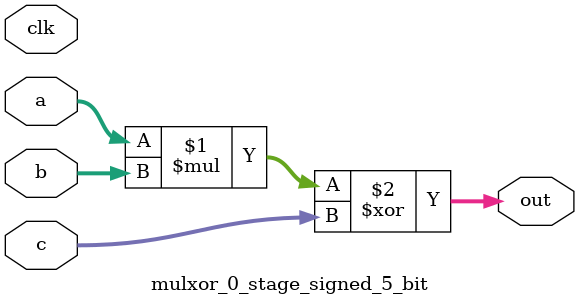
<source format=sv>
(* use_dsp = "yes" *) module mulxor_0_stage_signed_5_bit(
	input signed [4:0] a,
	input signed [4:0] b,
	input signed [4:0] c,
	output [4:0] out,
	input clk);

	assign out = (a * b) ^ c;
endmodule

</source>
